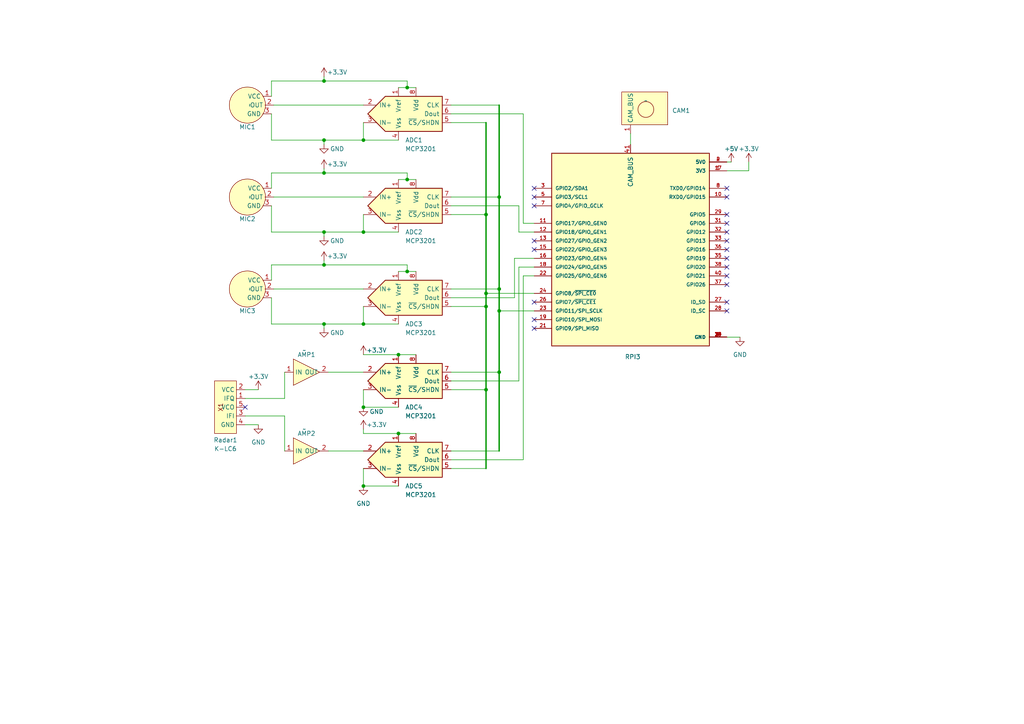
<source format=kicad_sch>
(kicad_sch (version 20230121) (generator eeschema)
  (paper "A4")
  (title_block (title "TTT4280 blokksjema") (rev "Rev1"))
  (lib_symbols
    (symbol "Analog_ADC:MCP3201" (pin_names (offset 0.762))
      (property "Reference" "U" (at 3.81 8.89 0))
      (property "Value" "MCP3201" (at 3.81 6.35 0))
      (symbol "MCP3201_0_0"
        (polyline (pts (xy -11.43 0) (xy -6.35 5.08) (xy 10.16 5.08) (xy 10.16 -5.08) (xy -6.35 -5.08) (xy -11.43 0)) (stroke (width 0.254)) (fill (type background)))
      )
      (symbol "MCP3201_1_1"
        (pin power_in line (at -2.54 7.62 270) (length 2.54) (name "Vref") (number "1"))
        (pin input line (at -12.7 2.54 0) (length 3.81) (name "IN+") (number "2"))
        (pin input line (at -12.7 -2.54 0) (length 3.81) (name "IN-") (number "3"))
        (pin power_in line (at -2.54 -7.62 90) (length 2.54) (name "Vss") (number "4"))
        (pin input line (at 12.7 -2.54 180) (length 2.54) (name "~{CS}/SHDN") (number "5"))
        (pin output line (at 12.7 0 180) (length 2.54) (name "Dout") (number "6"))
        (pin input line (at 12.7 2.54 180) (length 2.54) (name "CLK") (number "7"))
        (pin power_in line (at 2.54 7.62 270) (length 2.54) (name "Vdd") (number "8"))
      )
    )
    (symbol "K-LC6_1"
      (property "Reference" "Radar1" (at 0 0 0))
      (symbol "K-LC6_1_0_1"
        (rectangle (start -7.62 -1.27) (end 7.62 -7.62) (fill (type background)))
        (text "X1\n" (at 0 -3.048 0) (effects (font (size 1.27 1.27))))
      )
      (symbol "K-LC6_1_1_1"
        (pin output line (at -2.54 -10.16 90) (length 2.54) (name "IFQ") (number "1"))
        (pin input line (at -5.08 -10.16 90) (length 2.54) (name "VCC") (number "2"))
        (pin input line (at 2.54 -10.16 90) (length 2.54) (name "IFI") (number "3"))
        (pin input line (at 5.08 -10.16 90) (length 2.54) (name "GND") (number "4"))
        (pin input line (at 0 -10.16 90) (length 2.54) (name "VCO") (number "5"))
      )
    )
    (symbol "MPPT Kicad lib:AMP"
      (property "Reference" "AMP" (at 0 -1.27 0))
      (symbol "AMP_0_1"
        (polyline (pts (xy -3.175 -2.54) (xy -3.175 -10.16) (xy 4.445 -6.35) (xy -3.175 -2.54) (xy -3.175 -2.54)) (fill (type background)))
      )
      (symbol "AMP_1_1"
        (pin input line (at -5.715 -6.35 0) (length 2.54) (name "IN") (number "1"))
        (pin output line (at 6.985 -6.35 180) (length 2.54) (name "OUT") (number "2"))
      )
    )
    (symbol "MPPT Kicad lib:CAM"
      (property "Reference" "CAM" (at 0 3.81 0))
      (symbol "CAM_0_1"
        (rectangle (start -6.985 2.54) (end 6.35 -6.985) (fill (type background)))
        (circle (center 0 -2.54) (radius 2.2895))
      )
      (symbol "CAM_1_1"
        (pin bidirectional line (at -4.445 -9.525 90) (length 2.54) (name "CAM_BUS") (number "1"))
      )
    )
    (symbol "MPPT Kicad lib:MIC"
      (property "Reference" "MIC" (at 0 1.905 0))
      (symbol "MIC_0_1"
        (circle (center 0 0.635) (radius 5.2363) (fill (type background)))
      )
      (symbol "MIC_1_1"
        (pin input line (at -2.54 -6.35 90) (length 2.54) (name "VCC") (number "1"))
        (pin output line (at 0 -6.985 90) (length 2.54) (name "OUT") (number "2"))
        (pin input line (at 2.54 -6.35 90) (length 2.54) (name "GND") (number "3"))
      )
    )
    (symbol "MPPT Kicad lib:RPI3-MODBP-BULK" (pin_names (offset 1.016))
      (property "Reference" "U" (at -22.86 28.702 0))
      (property "Value" "RPI3-MODBP-BULK" (at -22.86 -30.48 0))
      (symbol "RPI3-MODBP-BULK_0_0"
        (rectangle (start -22.86 -27.94) (end 22.86 27.94) (stroke (width 0.254)) (fill (type background)))
        (pin power_in line (at 27.94 22.86 180) (length 5.08) (name "3V3") (number "1"))
        (pin bidirectional line (at 27.94 15.24 180) (length 5.08) (name "RXD0/GPIO15") (number "10"))
        (pin bidirectional line (at -27.94 7.62 0) (length 5.08) (name "GPIO17/GPIO_GEN0") (number "11"))
        (pin bidirectional line (at -27.94 5.08 0) (length 5.08) (name "GPIO18/GPIO_GEN1") (number "12"))
        (pin bidirectional line (at -27.94 2.54 0) (length 5.08) (name "GPIO27/GPIO_GEN2") (number "13"))
        (pin power_in line (at 27.94 -25.4 180) (length 5.08) (name "GND") (number "14"))
        (pin bidirectional line (at -27.94 0 0) (length 5.08) (name "GPIO22/GPIO_GEN3") (number "15"))
        (pin bidirectional line (at -27.94 -2.54 0) (length 5.08) (name "GPIO23/GPIO_GEN4") (number "16"))
        (pin power_in line (at 27.94 22.86 180) (length 5.08) (name "3V3") (number "17"))
        (pin bidirectional line (at -27.94 -5.08 0) (length 5.08) (name "GPIO24/GPIO_GEN5") (number "18"))
        (pin bidirectional line (at -27.94 -20.32 0) (length 5.08) (name "GPIO10/SPI_MOSI") (number "19"))
        (pin power_in line (at 27.94 25.4 180) (length 5.08) (name "5V0") (number "2"))
        (pin power_in line (at 27.94 -25.4 180) (length 5.08) (name "GND") (number "20"))
        (pin bidirectional line (at -27.94 -22.86 0) (length 5.08) (name "GPIO9/SPI_MISO") (number "21"))
        (pin bidirectional line (at -27.94 -7.62 0) (length 5.08) (name "GPIO25/GPIO_GEN6") (number "22"))
        (pin bidirectional line (at -27.94 -17.78 0) (length 5.08) (name "GPIO11/SPI_SCLK") (number "23"))
        (pin bidirectional line (at -27.94 -12.7 0) (length 5.08) (name "GPIO8/~{SPI_CE0}") (number "24"))
        (pin power_in line (at 27.94 -25.4 180) (length 5.08) (name "GND") (number "25"))
        (pin bidirectional line (at -27.94 -15.24 0) (length 5.08) (name "GPIO7/~{SPI_CE1}") (number "26"))
        (pin bidirectional line (at 27.94 -15.24 180) (length 5.08) (name "ID_SD") (number "27"))
        (pin bidirectional line (at 27.94 -17.78 180) (length 5.08) (name "ID_SC") (number "28"))
        (pin bidirectional line (at 27.94 10.16 180) (length 5.08) (name "GPIO5") (number "29"))
        (pin bidirectional line (at -27.94 17.78 0) (length 5.08) (name "GPIO2/SDA1") (number "3"))
        (pin power_in line (at 27.94 -25.4 180) (length 5.08) (name "GND") (number "30"))
        (pin bidirectional line (at 27.94 7.62 180) (length 5.08) (name "GPIO6") (number "31"))
        (pin bidirectional line (at 27.94 5.08 180) (length 5.08) (name "GPIO12") (number "32"))
        (pin bidirectional line (at 27.94 2.54 180) (length 5.08) (name "GPIO13") (number "33"))
        (pin power_in line (at 27.94 -25.4 180) (length 5.08) (name "GND") (number "34"))
        (pin bidirectional line (at 27.94 -2.54 180) (length 5.08) (name "GPIO19") (number "35"))
        (pin bidirectional line (at 27.94 0 180) (length 5.08) (name "GPIO16") (number "36"))
        (pin bidirectional line (at 27.94 -10.16 180) (length 5.08) (name "GPIO26") (number "37"))
        (pin bidirectional line (at 27.94 -5.08 180) (length 5.08) (name "GPIO20") (number "38"))
        (pin power_in line (at 27.94 -25.4 180) (length 5.08) (name "GND") (number "39"))
        (pin power_in line (at 27.94 25.4 180) (length 5.08) (name "5V0") (number "4"))
        (pin bidirectional line (at 27.94 -7.62 180) (length 5.08) (name "GPIO21") (number "40"))
        (pin bidirectional line (at -27.94 15.24 0) (length 5.08) (name "GPIO3/SCL1") (number "5"))
        (pin power_in line (at 27.94 -25.4 180) (length 5.08) (name "GND") (number "6"))
        (pin bidirectional line (at -27.94 12.7 0) (length 5.08) (name "GPIO4/GPIO_GCLK") (number "7"))
        (pin bidirectional line (at 27.94 17.78 180) (length 5.08) (name "TXD0/GPIO14") (number "8"))
        (pin power_in line (at 27.94 -25.4 180) (length 5.08) (name "GND") (number "9"))
      )
      (symbol "RPI3-MODBP-BULK_1_1"
        (pin bidirectional line (at 0 30.48 270) (length 2.54) (name "CAM_BUS") (number "41"))
      )
    )
    (symbol "power:+3.3V" (power) (pin_names (offset 0))
      (property "Value" "+3.3V" (at 0 3.556 0))
      (symbol "+3.3V_0_1"
        (polyline (pts (xy -0.762 1.27) (xy 0 2.54)))
        (polyline (pts (xy 0 0) (xy 0 2.54)))
        (polyline (pts (xy 0 2.54) (xy 0.762 1.27)))
      )
      (symbol "+3.3V_1_1"
        (pin power_in line (at 0 0 90) (length 0) hide (name "+3.3V") (number "1"))
      )
    )
    (symbol "power:+5V" (power) (pin_names (offset 0))
      (property "Value" "+5V" (at 0 3.556 0))
      (symbol "+5V_0_1"
        (polyline (pts (xy -0.762 1.27) (xy 0 2.54)))
        (polyline (pts (xy 0 0) (xy 0 2.54)))
        (polyline (pts (xy 0 2.54) (xy 0.762 1.27)))
      )
      (symbol "+5V_1_1"
        (pin power_in line (at 0 0 90) (length 0) hide (name "+5V") (number "1"))
      )
    )
    (symbol "power:GND" (power) (pin_names (offset 0))
      (property "Value" "GND" (at 0 -3.81 0))
      (symbol "GND_0_1"
        (polyline (pts (xy 0 0) (xy 0 -1.27) (xy 1.27 -1.27) (xy 0 -2.54) (xy -1.27 -1.27) (xy 0 -1.27)))
      )
      (symbol "GND_1_1"
        (pin power_in line (at 0 0 270) (length 0) hide (name "GND") (number "1"))
      )
    )
  )
  (junction (at 144.78 107.95))
  (junction (at 93.98 40.64))
  (junction (at 105.41 93.98))
  (junction (at 118.11 25.4))
  (junction (at 118.11 52.07))
  (junction (at 105.41 140.97))
  (junction (at 144.78 57.15))
  (junction (at 93.98 23.495))
  (junction (at 118.11 78.74))
  (junction (at 93.98 93.98))
  (junction (at 140.97 88.9))
  (junction (at 140.97 62.23))
  (junction (at 115.57 102.87))
  (junction (at 140.97 113.03))
  (junction (at 93.98 50.165))
  (junction (at 144.78 83.82))
  (junction (at 140.97 85.09))
  (junction (at 105.41 118.11))
  (junction (at 105.41 40.64))
  (junction (at 105.41 67.31))
  (junction (at 115.57 125.73))
  (junction (at 93.98 67.31))
  (junction (at 93.98 76.835))
  (junction (at 144.78 90.17))
  (no_connect (at 210.82 87.63))
  (no_connect (at 210.82 54.61))
  (no_connect (at 154.94 92.71))
  (no_connect (at 154.94 72.39))
  (no_connect (at 154.94 87.63))
  (no_connect (at 210.82 80.01))
  (no_connect (at 71.12 118.11))
  (no_connect (at 154.94 57.15))
  (no_connect (at 210.82 72.39))
  (no_connect (at 154.94 54.61))
  (no_connect (at 210.82 64.77))
  (no_connect (at 210.82 82.55))
  (no_connect (at 210.82 62.23))
  (no_connect (at 210.82 90.17))
  (no_connect (at 210.82 77.47))
  (no_connect (at 154.94 69.85))
  (no_connect (at 154.94 59.69))
  (no_connect (at 210.82 57.15))
  (no_connect (at 210.82 67.31))
  (no_connect (at 210.82 74.93))
  (no_connect (at 210.82 69.85))
  (no_connect (at 154.94 95.25))
  (wire (pts (xy 115.57 52.07) (xy 118.11 52.07)))
  (wire (pts (xy 82.55 115.57) (xy 71.12 115.57)))
  (wire (pts (xy 130.81 35.56) (xy 140.97 35.56)))
  (wire (pts (xy 182.88 38.735) (xy 182.88 41.91)))
  (wire (pts (xy 130.81 88.9) (xy 140.97 88.9)))
  (wire (pts (xy 130.81 57.15) (xy 144.78 57.15)))
  (wire (pts (xy 78.74 33.02) (xy 78.74 40.64)))
  (wire (pts (xy 105.41 118.11) (xy 105.41 113.03)))
  (wire (pts (xy 105.41 102.87) (xy 115.57 102.87)))
  (wire (pts (xy 93.98 48.895) (xy 93.98 50.165)))
  (wire (pts (xy 93.98 67.31) (xy 105.41 67.31)))
  (wire (pts (xy 95.25 130.81) (xy 105.41 130.81)))
  (wire (pts (xy 144.78 30.48) (xy 144.78 57.15)) (stroke (width 0.4)))
  (wire (pts (xy 115.57 140.97) (xy 105.41 140.97)))
  (wire (pts (xy 144.78 107.95) (xy 144.78 130.81)) (stroke (width 0.4)))
  (wire (pts (xy 118.11 52.07) (xy 120.65 52.07)))
  (wire (pts (xy 105.41 40.64) (xy 105.41 35.56)))
  (wire (pts (xy 105.41 40.64) (xy 115.57 40.64)))
  (wire (pts (xy 78.74 81.28) (xy 78.74 76.835)))
  (wire (pts (xy 130.81 59.69) (xy 150.495 59.69)))
  (wire (pts (xy 150.495 67.31) (xy 154.94 67.31)))
  (wire (pts (xy 78.74 76.835) (xy 93.98 76.835)))
  (wire (pts (xy 93.98 50.165) (xy 118.11 50.165)))
  (wire (pts (xy 115.57 25.4) (xy 118.11 25.4)))
  (wire (pts (xy 217.17 46.99) (xy 217.17 49.53)))
  (wire (pts (xy 140.97 85.09) (xy 140.97 88.9)) (stroke (width 0.4)))
  (wire (pts (xy 78.74 54.61) (xy 78.74 50.165)))
  (wire (pts (xy 79.375 30.48) (xy 105.41 30.48)))
  (wire (pts (xy 93.98 75.565) (xy 93.98 76.835)))
  (wire (pts (xy 144.78 57.15) (xy 144.78 83.82)) (stroke (width 0.4)))
  (wire (pts (xy 140.97 62.23) (xy 140.97 85.09)) (stroke (width 0.4)))
  (wire (pts (xy 78.74 86.36) (xy 78.74 93.98)))
  (wire (pts (xy 93.98 23.495) (xy 118.11 23.495)))
  (wire (pts (xy 217.17 49.53) (xy 210.82 49.53)))
  (wire (pts (xy 93.98 95.25) (xy 93.98 93.98)))
  (wire (pts (xy 93.98 68.58) (xy 93.98 67.31)))
  (wire (pts (xy 130.81 107.95) (xy 144.78 107.95)))
  (wire (pts (xy 93.98 93.98) (xy 105.41 93.98)))
  (wire (pts (xy 151.765 33.02) (xy 151.765 64.77)))
  (wire (pts (xy 105.41 67.31) (xy 105.41 62.23)))
  (wire (pts (xy 82.55 120.65) (xy 82.55 130.81)))
  (wire (pts (xy 82.55 107.95) (xy 82.55 115.57)))
  (wire (pts (xy 115.57 118.11) (xy 105.41 118.11)))
  (wire (pts (xy 120.65 125.73) (xy 115.57 125.73)))
  (wire (pts (xy 130.81 83.82) (xy 144.78 83.82)))
  (wire (pts (xy 95.25 107.95) (xy 105.41 107.95)))
  (wire (pts (xy 78.74 93.98) (xy 93.98 93.98)))
  (wire (pts (xy 210.82 46.99) (xy 212.09 46.99)))
  (wire (pts (xy 71.12 113.03) (xy 74.93 113.03)))
  (wire (pts (xy 115.57 125.73) (xy 105.41 125.73)))
  (wire (pts (xy 150.495 59.69) (xy 150.495 67.31)))
  (wire (pts (xy 118.11 78.74) (xy 120.65 78.74)))
  (wire (pts (xy 151.765 133.35) (xy 151.765 80.01)))
  (wire (pts (xy 154.94 90.17) (xy 144.78 90.17)))
  (wire (pts (xy 144.78 90.17) (xy 144.78 107.95)) (stroke (width 0.4)))
  (wire (pts (xy 105.41 67.31) (xy 115.57 67.31)))
  (wire (pts (xy 130.81 110.49) (xy 150.495 110.49)))
  (wire (pts (xy 118.11 23.495) (xy 118.11 25.4)))
  (wire (pts (xy 93.98 40.64) (xy 105.41 40.64)))
  (wire (pts (xy 144.78 83.82) (xy 144.78 90.17)) (stroke (width 0.4)))
  (wire (pts (xy 130.81 33.02) (xy 151.765 33.02)))
  (wire (pts (xy 130.81 130.81) (xy 144.78 130.81)))
  (wire (pts (xy 78.74 67.31) (xy 93.98 67.31)))
  (wire (pts (xy 78.74 40.64) (xy 93.98 40.64)))
  (wire (pts (xy 140.97 35.56) (xy 140.97 62.23)) (stroke (width 0.4)))
  (wire (pts (xy 105.41 93.98) (xy 115.57 93.98)))
  (wire (pts (xy 78.74 27.94) (xy 78.74 23.495)))
  (wire (pts (xy 105.41 140.97) (xy 105.41 135.89)))
  (wire (pts (xy 130.81 30.48) (xy 144.78 30.48)))
  (wire (pts (xy 130.81 113.03) (xy 140.97 113.03)))
  (wire (pts (xy 151.765 80.01) (xy 154.94 80.01)))
  (wire (pts (xy 154.94 85.09) (xy 140.97 85.09)))
  (wire (pts (xy 105.41 93.98) (xy 105.41 88.9)))
  (wire (pts (xy 140.97 88.9) (xy 140.97 113.03)) (stroke (width 0.4)))
  (wire (pts (xy 130.81 135.89) (xy 140.97 135.89)))
  (wire (pts (xy 79.375 83.82) (xy 105.41 83.82)))
  (wire (pts (xy 118.11 50.165) (xy 118.11 52.07)))
  (wire (pts (xy 93.98 41.91) (xy 93.98 40.64)))
  (wire (pts (xy 115.57 78.74) (xy 118.11 78.74)))
  (wire (pts (xy 151.765 64.77) (xy 154.94 64.77)))
  (wire (pts (xy 149.225 86.36) (xy 149.225 74.93)))
  (wire (pts (xy 130.81 133.35) (xy 151.765 133.35)))
  (wire (pts (xy 150.495 77.47) (xy 154.94 77.47)))
  (wire (pts (xy 118.11 25.4) (xy 120.65 25.4)))
  (wire (pts (xy 78.74 59.69) (xy 78.74 67.31)))
  (wire (pts (xy 105.41 125.73) (xy 105.41 124.46)))
  (wire (pts (xy 150.495 110.49) (xy 150.495 77.47)))
  (wire (pts (xy 115.57 102.87) (xy 120.65 102.87)))
  (wire (pts (xy 149.225 74.93) (xy 154.94 74.93)))
  (wire (pts (xy 71.12 123.19) (xy 74.93 123.19)))
  (wire (pts (xy 93.98 22.225) (xy 93.98 23.495)))
  (wire (pts (xy 71.12 120.65) (xy 82.55 120.65)))
  (wire (pts (xy 78.74 50.165) (xy 93.98 50.165)))
  (wire (pts (xy 79.375 57.15) (xy 105.41 57.15)))
  (wire (pts (xy 118.11 76.835) (xy 118.11 78.74)))
  (wire (pts (xy 140.97 113.03) (xy 140.97 135.89)) (stroke (width 0.4)))
  (wire (pts (xy 78.74 23.495) (xy 93.98 23.495)))
  (wire (pts (xy 93.98 76.835) (xy 118.11 76.835)))
  (wire (pts (xy 130.81 62.23) (xy 140.97 62.23)))
  (wire (pts (xy 130.81 86.36) (xy 149.225 86.36)))
  (wire (pts (xy 210.82 97.79) (xy 214.63 97.79)))
  (symbol (lib_id "power:+3.3V") (at 217.17 46.99 0) (unit 1)
    (property "Reference" "#PWR013" (effects hide))
    (property "Value" "+3.3V" (at 217.17 43.18 0))
  )
  (symbol (lib_name "K-LC6_1") (lib_id "MPPT Kicad lib:K-LC6") (at 60.96 118.11 90) (mirror x) (unit 1)
    (property "Reference" "Radar1" (at 65.405 127.635 90))
    (property "Value" "K-LC6" (at 65.405 130.175 90))
  )
  (symbol (lib_id "MPPT Kicad lib:AMP") (at 88.265 101.6 0) (unit 1)
    (property "Reference" "AMP1" (at 88.9 102.87 0))
    (property "Value" "~" (at 88.265 101.6 0))
  )
  (symbol (lib_id "power:+5V") (at 212.09 46.99 0) (unit 1)
    (property "Reference" "#PWR014" (effects hide))
    (property "Value" "+5V" (at 212.09 43.18 0))
  )
  (symbol (lib_id "power:+3.3V") (at 105.41 102.87 0) (unit 1)
    (property "Reference" "#PWR09" (effects hide))
    (property "Value" "+3.3V" (at 109.22 101.6 0))
  )
  (symbol (lib_id "Analog_ADC:MCP3201") (at 118.11 110.49 0) (unit 1)
    (property "Reference" "ADC4" (at 117.5259 118.11 0) (effects (justify left)))
    (property "Value" "MCP3201" (at 117.5259 120.65 0) (effects (justify left)))
    (property "Datasheet" "http://ww1.microchip.com/downloads/en/DeviceDoc/21290D.pdf" (effects hide))
  )
  (symbol (lib_id "power:GND") (at 105.41 118.11 0) (unit 1)
    (property "Reference" "#PWR010" (effects hide))
    (property "Value" "GND" (at 109.22 119.38 0))
  )
  (symbol (lib_id "MPPT Kicad lib:MIC") (at 72.39 57.15 90) (mirror x) (unit 1)
    (property "Reference" "MIC2" (at 71.755 63.5 90))
    (property "Value" "~" (at 72.39 57.15 0))
  )
  (symbol (lib_id "power:+3.3V") (at 93.98 75.565 0) (unit 1)
    (property "Reference" "#PWR05" (effects hide))
    (property "Value" "+3.3V" (at 97.79 74.295 0))
  )
  (symbol (lib_id "Analog_ADC:MCP3201") (at 118.11 59.69 0) (unit 1)
    (property "Reference" "ADC2" (at 117.5259 67.31 0) (effects (justify left)))
    (property "Value" "MCP3201" (at 117.5259 69.85 0) (effects (justify left)))
    (property "Datasheet" "http://ww1.microchip.com/downloads/en/DeviceDoc/21290D.pdf" (effects hide))
  )
  (symbol (lib_id "power:GND") (at 105.41 140.97 0) (unit 1)
    (property "Reference" "#PWR011" (effects hide))
    (property "Value" "GND" (at 105.41 146.05 0))
  )
  (symbol (lib_id "power:+3.3V") (at 105.41 124.46 0) (unit 1)
    (property "Reference" "#PWR012" (effects hide))
    (property "Value" "+3.3V" (at 109.22 123.19 0))
  )
  (symbol (lib_id "Analog_ADC:MCP3201") (at 118.11 86.36 0) (unit 1)
    (property "Reference" "ADC3" (at 117.5259 93.98 0) (effects (justify left)))
    (property "Value" "MCP3201" (at 117.5259 96.52 0) (effects (justify left)))
    (property "Datasheet" "http://ww1.microchip.com/downloads/en/DeviceDoc/21290D.pdf" (effects hide))
  )
  (symbol (lib_id "power:+3.3V") (at 93.98 48.895 0) (unit 1)
    (property "Reference" "#PWR03" (effects hide))
    (property "Value" "+3.3V" (at 97.79 47.625 0))
  )
  (symbol (lib_id "MPPT Kicad lib:CAM") (at 187.325 29.21 0) (unit 1)
    (property "Reference" "CAM1" (at 194.945 32.0675 0) (effects (justify left)))
    (property "Value" "~" (at 187.325 29.21 0))
  )
  (symbol (lib_id "power:GND") (at 93.98 41.91 0) (unit 1)
    (property "Reference" "#PWR01" (effects hide))
    (property "Value" "GND" (at 97.79 43.18 0))
  )
  (symbol (lib_id "power:GND") (at 93.98 68.58 0) (unit 1)
    (property "Reference" "#PWR04" (effects hide))
    (property "Value" "GND" (at 97.79 69.85 0))
  )
  (symbol (lib_id "power:+3.3V") (at 93.98 22.225 0) (unit 1)
    (property "Reference" "#PWR02" (effects hide))
    (property "Value" "+3.3V" (at 97.79 20.955 0))
  )
  (symbol (lib_id "MPPT Kicad lib:AMP") (at 88.265 124.46 0) (unit 1)
    (property "Reference" "AMP2" (at 88.9 125.73 0))
    (property "Value" "~" (at 88.265 124.46 0))
  )
  (symbol (lib_id "MPPT Kicad lib:RPI3-MODBP-BULK") (at 182.88 72.39 0) (unit 1)
    (property "Reference" "RPI1" (effects hide))
    (property "Value" "RPI3" (at 183.515 103.505 0))
    (property "Footprint" "RPI3-MODBP-BULK:MODULE_RPI3-MODBP-BULK" (effects hide))
    (property "MF" "Raspberry Pi" (effects hide))
    (property "Description" "\nBCM2837B0 Raspberry Pi 3 Model B+ - ARM® Cortex®-A53, VideoCore MPU Embedded Evaluation Board\n" (effects hide))
    (property "Package" "None" (effects hide))
    (property "Price" "None" (effects hide))
    (property "Check_prices" "https://www.snapeda.com/parts/RPI3-MODBP-BULK/Raspberry+Pi/view-part/?ref=eda" (effects hide))
    (property "STANDARD" "Manufacturer Recommendations" (effects hide))
    (property "PARTREV" "1.0" (effects hide))
    (property "SnapEDA_Link" "https://www.snapeda.com/parts/RPI3-MODBP-BULK/Raspberry+Pi/view-part/?ref=snap" (effects hide))
    (property "MP" "RPI3-MODBP-BULK" (effects hide))
    (property "Availability" "In Stock" (effects hide))
    (property "MANUFACTURER" "Raspberry Pi" (effects hide))
  )
  (symbol (lib_id "power:GND") (at 214.63 97.79 0) (unit 1)
    (property "Reference" "#PWR015" (effects hide))
    (property "Value" "GND" (at 214.63 102.87 0))
  )
  (symbol (lib_id "MPPT Kicad lib:MIC") (at 72.39 83.82 90) (mirror x) (unit 1)
    (property "Reference" "MIC3" (at 71.755 90.17 90))
    (property "Value" "~" (at 72.39 83.82 0))
  )
  (symbol (lib_id "MPPT Kicad lib:MIC") (at 72.39 30.48 90) (mirror x) (unit 1)
    (property "Reference" "MIC1" (at 71.755 36.83 90))
    (property "Value" "~" (at 72.39 30.48 0))
  )
  (symbol (lib_id "power:GND") (at 74.93 123.19 0) (unit 1)
    (property "Reference" "#PWR07" (effects hide))
    (property "Value" "GND" (at 74.93 128.27 0))
  )
  (symbol (lib_id "Analog_ADC:MCP3201") (at 118.11 133.35 0) (unit 1)
    (property "Reference" "ADC5" (at 117.5259 140.97 0) (effects (justify left)))
    (property "Value" "MCP3201" (at 117.5259 143.51 0) (effects (justify left)))
    (property "Datasheet" "http://ww1.microchip.com/downloads/en/DeviceDoc/21290D.pdf" (effects hide))
  )
  (symbol (lib_id "power:+3.3V") (at 74.93 113.03 0) (unit 1)
    (property "Reference" "#PWR08" (effects hide))
    (property "Value" "+3.3V" (at 74.93 109.22 0))
  )
  (symbol (lib_id "Analog_ADC:MCP3201") (at 118.11 33.02 0) (unit 1)
    (property "Reference" "ADC1" (at 117.5259 40.64 0) (effects (justify left)))
    (property "Value" "MCP3201" (at 117.5259 43.18 0) (effects (justify left)))
    (property "Datasheet" "http://ww1.microchip.com/downloads/en/DeviceDoc/21290D.pdf" (effects hide))
  )
  (symbol (lib_id "power:GND") (at 93.98 95.25 0) (unit 1)
    (property "Reference" "#PWR06" (effects hide))
    (property "Value" "GND" (at 97.79 96.52 0))
  )
)
</source>
